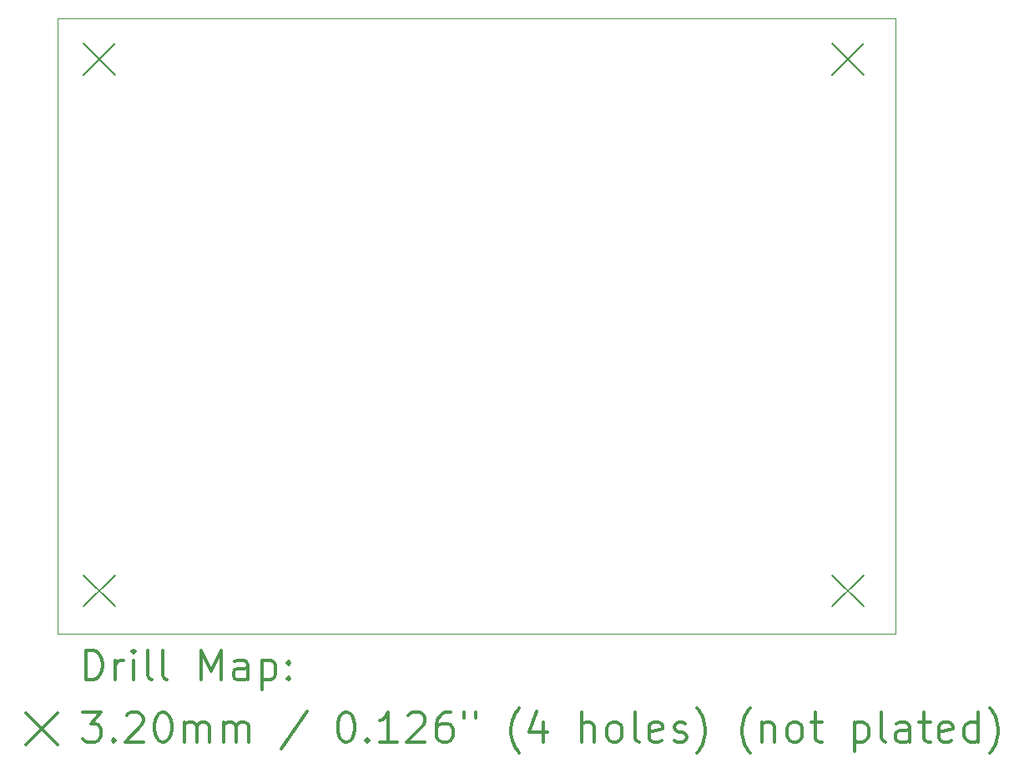
<source format=gbr>
%FSLAX45Y45*%
G04 Gerber Fmt 4.5, Leading zero omitted, Abs format (unit mm)*
G04 Created by KiCad (PCBNEW (5.1.2)-1) date 2019-06-29 15:07:58*
%MOMM*%
%LPD*%
G04 APERTURE LIST*
%ADD10C,0.050000*%
%ADD11C,0.200000*%
%ADD12C,0.300000*%
G04 APERTURE END LIST*
D10*
X10700000Y-12400000D02*
X10700000Y-12246000D01*
X19200000Y-12400000D02*
X10700000Y-12400000D01*
X19200000Y-6150000D02*
X19200000Y-12400000D01*
X10700000Y-6150000D02*
X19200000Y-6150000D01*
X10700000Y-6150000D02*
X10700000Y-12246000D01*
D11*
X18559300Y-6404800D02*
X18879300Y-6724800D01*
X18879300Y-6404800D02*
X18559300Y-6724800D01*
X18559300Y-11804800D02*
X18879300Y-12124800D01*
X18879300Y-11804800D02*
X18559300Y-12124800D01*
X10959300Y-6404800D02*
X11279300Y-6724800D01*
X11279300Y-6404800D02*
X10959300Y-6724800D01*
X10959300Y-11804800D02*
X11279300Y-12124800D01*
X11279300Y-11804800D02*
X10959300Y-12124800D01*
D12*
X10983928Y-12868214D02*
X10983928Y-12568214D01*
X11055357Y-12568214D01*
X11098214Y-12582500D01*
X11126786Y-12611071D01*
X11141071Y-12639643D01*
X11155357Y-12696786D01*
X11155357Y-12739643D01*
X11141071Y-12796786D01*
X11126786Y-12825357D01*
X11098214Y-12853929D01*
X11055357Y-12868214D01*
X10983928Y-12868214D01*
X11283928Y-12868214D02*
X11283928Y-12668214D01*
X11283928Y-12725357D02*
X11298214Y-12696786D01*
X11312500Y-12682500D01*
X11341071Y-12668214D01*
X11369643Y-12668214D01*
X11469643Y-12868214D02*
X11469643Y-12668214D01*
X11469643Y-12568214D02*
X11455357Y-12582500D01*
X11469643Y-12596786D01*
X11483928Y-12582500D01*
X11469643Y-12568214D01*
X11469643Y-12596786D01*
X11655357Y-12868214D02*
X11626786Y-12853929D01*
X11612500Y-12825357D01*
X11612500Y-12568214D01*
X11812500Y-12868214D02*
X11783928Y-12853929D01*
X11769643Y-12825357D01*
X11769643Y-12568214D01*
X12155357Y-12868214D02*
X12155357Y-12568214D01*
X12255357Y-12782500D01*
X12355357Y-12568214D01*
X12355357Y-12868214D01*
X12626786Y-12868214D02*
X12626786Y-12711071D01*
X12612500Y-12682500D01*
X12583928Y-12668214D01*
X12526786Y-12668214D01*
X12498214Y-12682500D01*
X12626786Y-12853929D02*
X12598214Y-12868214D01*
X12526786Y-12868214D01*
X12498214Y-12853929D01*
X12483928Y-12825357D01*
X12483928Y-12796786D01*
X12498214Y-12768214D01*
X12526786Y-12753929D01*
X12598214Y-12753929D01*
X12626786Y-12739643D01*
X12769643Y-12668214D02*
X12769643Y-12968214D01*
X12769643Y-12682500D02*
X12798214Y-12668214D01*
X12855357Y-12668214D01*
X12883928Y-12682500D01*
X12898214Y-12696786D01*
X12912500Y-12725357D01*
X12912500Y-12811071D01*
X12898214Y-12839643D01*
X12883928Y-12853929D01*
X12855357Y-12868214D01*
X12798214Y-12868214D01*
X12769643Y-12853929D01*
X13041071Y-12839643D02*
X13055357Y-12853929D01*
X13041071Y-12868214D01*
X13026786Y-12853929D01*
X13041071Y-12839643D01*
X13041071Y-12868214D01*
X13041071Y-12682500D02*
X13055357Y-12696786D01*
X13041071Y-12711071D01*
X13026786Y-12696786D01*
X13041071Y-12682500D01*
X13041071Y-12711071D01*
X10377500Y-13202500D02*
X10697500Y-13522500D01*
X10697500Y-13202500D02*
X10377500Y-13522500D01*
X10955357Y-13198214D02*
X11141071Y-13198214D01*
X11041071Y-13312500D01*
X11083928Y-13312500D01*
X11112500Y-13326786D01*
X11126786Y-13341071D01*
X11141071Y-13369643D01*
X11141071Y-13441071D01*
X11126786Y-13469643D01*
X11112500Y-13483929D01*
X11083928Y-13498214D01*
X10998214Y-13498214D01*
X10969643Y-13483929D01*
X10955357Y-13469643D01*
X11269643Y-13469643D02*
X11283928Y-13483929D01*
X11269643Y-13498214D01*
X11255357Y-13483929D01*
X11269643Y-13469643D01*
X11269643Y-13498214D01*
X11398214Y-13226786D02*
X11412500Y-13212500D01*
X11441071Y-13198214D01*
X11512500Y-13198214D01*
X11541071Y-13212500D01*
X11555357Y-13226786D01*
X11569643Y-13255357D01*
X11569643Y-13283929D01*
X11555357Y-13326786D01*
X11383928Y-13498214D01*
X11569643Y-13498214D01*
X11755357Y-13198214D02*
X11783928Y-13198214D01*
X11812500Y-13212500D01*
X11826786Y-13226786D01*
X11841071Y-13255357D01*
X11855357Y-13312500D01*
X11855357Y-13383929D01*
X11841071Y-13441071D01*
X11826786Y-13469643D01*
X11812500Y-13483929D01*
X11783928Y-13498214D01*
X11755357Y-13498214D01*
X11726786Y-13483929D01*
X11712500Y-13469643D01*
X11698214Y-13441071D01*
X11683928Y-13383929D01*
X11683928Y-13312500D01*
X11698214Y-13255357D01*
X11712500Y-13226786D01*
X11726786Y-13212500D01*
X11755357Y-13198214D01*
X11983928Y-13498214D02*
X11983928Y-13298214D01*
X11983928Y-13326786D02*
X11998214Y-13312500D01*
X12026786Y-13298214D01*
X12069643Y-13298214D01*
X12098214Y-13312500D01*
X12112500Y-13341071D01*
X12112500Y-13498214D01*
X12112500Y-13341071D02*
X12126786Y-13312500D01*
X12155357Y-13298214D01*
X12198214Y-13298214D01*
X12226786Y-13312500D01*
X12241071Y-13341071D01*
X12241071Y-13498214D01*
X12383928Y-13498214D02*
X12383928Y-13298214D01*
X12383928Y-13326786D02*
X12398214Y-13312500D01*
X12426786Y-13298214D01*
X12469643Y-13298214D01*
X12498214Y-13312500D01*
X12512500Y-13341071D01*
X12512500Y-13498214D01*
X12512500Y-13341071D02*
X12526786Y-13312500D01*
X12555357Y-13298214D01*
X12598214Y-13298214D01*
X12626786Y-13312500D01*
X12641071Y-13341071D01*
X12641071Y-13498214D01*
X13226786Y-13183929D02*
X12969643Y-13569643D01*
X13612500Y-13198214D02*
X13641071Y-13198214D01*
X13669643Y-13212500D01*
X13683928Y-13226786D01*
X13698214Y-13255357D01*
X13712500Y-13312500D01*
X13712500Y-13383929D01*
X13698214Y-13441071D01*
X13683928Y-13469643D01*
X13669643Y-13483929D01*
X13641071Y-13498214D01*
X13612500Y-13498214D01*
X13583928Y-13483929D01*
X13569643Y-13469643D01*
X13555357Y-13441071D01*
X13541071Y-13383929D01*
X13541071Y-13312500D01*
X13555357Y-13255357D01*
X13569643Y-13226786D01*
X13583928Y-13212500D01*
X13612500Y-13198214D01*
X13841071Y-13469643D02*
X13855357Y-13483929D01*
X13841071Y-13498214D01*
X13826786Y-13483929D01*
X13841071Y-13469643D01*
X13841071Y-13498214D01*
X14141071Y-13498214D02*
X13969643Y-13498214D01*
X14055357Y-13498214D02*
X14055357Y-13198214D01*
X14026786Y-13241071D01*
X13998214Y-13269643D01*
X13969643Y-13283929D01*
X14255357Y-13226786D02*
X14269643Y-13212500D01*
X14298214Y-13198214D01*
X14369643Y-13198214D01*
X14398214Y-13212500D01*
X14412500Y-13226786D01*
X14426786Y-13255357D01*
X14426786Y-13283929D01*
X14412500Y-13326786D01*
X14241071Y-13498214D01*
X14426786Y-13498214D01*
X14683928Y-13198214D02*
X14626786Y-13198214D01*
X14598214Y-13212500D01*
X14583928Y-13226786D01*
X14555357Y-13269643D01*
X14541071Y-13326786D01*
X14541071Y-13441071D01*
X14555357Y-13469643D01*
X14569643Y-13483929D01*
X14598214Y-13498214D01*
X14655357Y-13498214D01*
X14683928Y-13483929D01*
X14698214Y-13469643D01*
X14712500Y-13441071D01*
X14712500Y-13369643D01*
X14698214Y-13341071D01*
X14683928Y-13326786D01*
X14655357Y-13312500D01*
X14598214Y-13312500D01*
X14569643Y-13326786D01*
X14555357Y-13341071D01*
X14541071Y-13369643D01*
X14826786Y-13198214D02*
X14826786Y-13255357D01*
X14941071Y-13198214D02*
X14941071Y-13255357D01*
X15383928Y-13612500D02*
X15369643Y-13598214D01*
X15341071Y-13555357D01*
X15326786Y-13526786D01*
X15312500Y-13483929D01*
X15298214Y-13412500D01*
X15298214Y-13355357D01*
X15312500Y-13283929D01*
X15326786Y-13241071D01*
X15341071Y-13212500D01*
X15369643Y-13169643D01*
X15383928Y-13155357D01*
X15626786Y-13298214D02*
X15626786Y-13498214D01*
X15555357Y-13183929D02*
X15483928Y-13398214D01*
X15669643Y-13398214D01*
X16012500Y-13498214D02*
X16012500Y-13198214D01*
X16141071Y-13498214D02*
X16141071Y-13341071D01*
X16126786Y-13312500D01*
X16098214Y-13298214D01*
X16055357Y-13298214D01*
X16026786Y-13312500D01*
X16012500Y-13326786D01*
X16326786Y-13498214D02*
X16298214Y-13483929D01*
X16283928Y-13469643D01*
X16269643Y-13441071D01*
X16269643Y-13355357D01*
X16283928Y-13326786D01*
X16298214Y-13312500D01*
X16326786Y-13298214D01*
X16369643Y-13298214D01*
X16398214Y-13312500D01*
X16412500Y-13326786D01*
X16426786Y-13355357D01*
X16426786Y-13441071D01*
X16412500Y-13469643D01*
X16398214Y-13483929D01*
X16369643Y-13498214D01*
X16326786Y-13498214D01*
X16598214Y-13498214D02*
X16569643Y-13483929D01*
X16555357Y-13455357D01*
X16555357Y-13198214D01*
X16826786Y-13483929D02*
X16798214Y-13498214D01*
X16741071Y-13498214D01*
X16712500Y-13483929D01*
X16698214Y-13455357D01*
X16698214Y-13341071D01*
X16712500Y-13312500D01*
X16741071Y-13298214D01*
X16798214Y-13298214D01*
X16826786Y-13312500D01*
X16841071Y-13341071D01*
X16841071Y-13369643D01*
X16698214Y-13398214D01*
X16955357Y-13483929D02*
X16983928Y-13498214D01*
X17041071Y-13498214D01*
X17069643Y-13483929D01*
X17083928Y-13455357D01*
X17083928Y-13441071D01*
X17069643Y-13412500D01*
X17041071Y-13398214D01*
X16998214Y-13398214D01*
X16969643Y-13383929D01*
X16955357Y-13355357D01*
X16955357Y-13341071D01*
X16969643Y-13312500D01*
X16998214Y-13298214D01*
X17041071Y-13298214D01*
X17069643Y-13312500D01*
X17183928Y-13612500D02*
X17198214Y-13598214D01*
X17226786Y-13555357D01*
X17241071Y-13526786D01*
X17255357Y-13483929D01*
X17269643Y-13412500D01*
X17269643Y-13355357D01*
X17255357Y-13283929D01*
X17241071Y-13241071D01*
X17226786Y-13212500D01*
X17198214Y-13169643D01*
X17183928Y-13155357D01*
X17726786Y-13612500D02*
X17712500Y-13598214D01*
X17683928Y-13555357D01*
X17669643Y-13526786D01*
X17655357Y-13483929D01*
X17641071Y-13412500D01*
X17641071Y-13355357D01*
X17655357Y-13283929D01*
X17669643Y-13241071D01*
X17683928Y-13212500D01*
X17712500Y-13169643D01*
X17726786Y-13155357D01*
X17841071Y-13298214D02*
X17841071Y-13498214D01*
X17841071Y-13326786D02*
X17855357Y-13312500D01*
X17883928Y-13298214D01*
X17926786Y-13298214D01*
X17955357Y-13312500D01*
X17969643Y-13341071D01*
X17969643Y-13498214D01*
X18155357Y-13498214D02*
X18126786Y-13483929D01*
X18112500Y-13469643D01*
X18098214Y-13441071D01*
X18098214Y-13355357D01*
X18112500Y-13326786D01*
X18126786Y-13312500D01*
X18155357Y-13298214D01*
X18198214Y-13298214D01*
X18226786Y-13312500D01*
X18241071Y-13326786D01*
X18255357Y-13355357D01*
X18255357Y-13441071D01*
X18241071Y-13469643D01*
X18226786Y-13483929D01*
X18198214Y-13498214D01*
X18155357Y-13498214D01*
X18341071Y-13298214D02*
X18455357Y-13298214D01*
X18383928Y-13198214D02*
X18383928Y-13455357D01*
X18398214Y-13483929D01*
X18426786Y-13498214D01*
X18455357Y-13498214D01*
X18783928Y-13298214D02*
X18783928Y-13598214D01*
X18783928Y-13312500D02*
X18812500Y-13298214D01*
X18869643Y-13298214D01*
X18898214Y-13312500D01*
X18912500Y-13326786D01*
X18926786Y-13355357D01*
X18926786Y-13441071D01*
X18912500Y-13469643D01*
X18898214Y-13483929D01*
X18869643Y-13498214D01*
X18812500Y-13498214D01*
X18783928Y-13483929D01*
X19098214Y-13498214D02*
X19069643Y-13483929D01*
X19055357Y-13455357D01*
X19055357Y-13198214D01*
X19341071Y-13498214D02*
X19341071Y-13341071D01*
X19326786Y-13312500D01*
X19298214Y-13298214D01*
X19241071Y-13298214D01*
X19212500Y-13312500D01*
X19341071Y-13483929D02*
X19312500Y-13498214D01*
X19241071Y-13498214D01*
X19212500Y-13483929D01*
X19198214Y-13455357D01*
X19198214Y-13426786D01*
X19212500Y-13398214D01*
X19241071Y-13383929D01*
X19312500Y-13383929D01*
X19341071Y-13369643D01*
X19441071Y-13298214D02*
X19555357Y-13298214D01*
X19483928Y-13198214D02*
X19483928Y-13455357D01*
X19498214Y-13483929D01*
X19526786Y-13498214D01*
X19555357Y-13498214D01*
X19769643Y-13483929D02*
X19741071Y-13498214D01*
X19683928Y-13498214D01*
X19655357Y-13483929D01*
X19641071Y-13455357D01*
X19641071Y-13341071D01*
X19655357Y-13312500D01*
X19683928Y-13298214D01*
X19741071Y-13298214D01*
X19769643Y-13312500D01*
X19783928Y-13341071D01*
X19783928Y-13369643D01*
X19641071Y-13398214D01*
X20041071Y-13498214D02*
X20041071Y-13198214D01*
X20041071Y-13483929D02*
X20012500Y-13498214D01*
X19955357Y-13498214D01*
X19926786Y-13483929D01*
X19912500Y-13469643D01*
X19898214Y-13441071D01*
X19898214Y-13355357D01*
X19912500Y-13326786D01*
X19926786Y-13312500D01*
X19955357Y-13298214D01*
X20012500Y-13298214D01*
X20041071Y-13312500D01*
X20155357Y-13612500D02*
X20169643Y-13598214D01*
X20198214Y-13555357D01*
X20212500Y-13526786D01*
X20226786Y-13483929D01*
X20241071Y-13412500D01*
X20241071Y-13355357D01*
X20226786Y-13283929D01*
X20212500Y-13241071D01*
X20198214Y-13212500D01*
X20169643Y-13169643D01*
X20155357Y-13155357D01*
M02*

</source>
